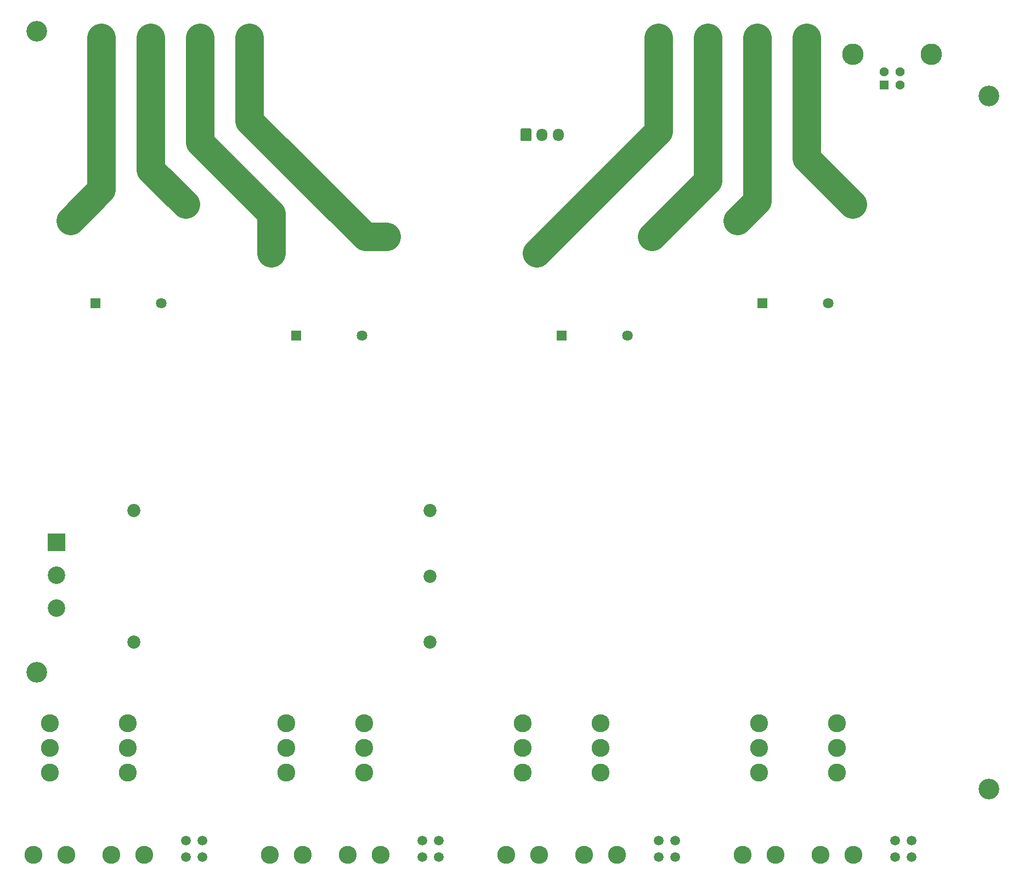
<source format=gbs>
%TF.GenerationSoftware,KiCad,Pcbnew,5.1.10-88a1d61d58~90~ubuntu20.04.1*%
%TF.CreationDate,2021-10-18T00:45:22+03:00*%
%TF.ProjectId,PRS_relay_board,5052535f-7265-46c6-9179-5f626f617264,rev?*%
%TF.SameCoordinates,Original*%
%TF.FileFunction,Soldermask,Bot*%
%TF.FilePolarity,Negative*%
%FSLAX46Y46*%
G04 Gerber Fmt 4.6, Leading zero omitted, Abs format (unit mm)*
G04 Created by KiCad (PCBNEW 5.1.10-88a1d61d58~90~ubuntu20.04.1) date 2021-10-18 00:45:22*
%MOMM*%
%LPD*%
G01*
G04 APERTURE LIST*
%ADD10C,4.400000*%
%ADD11C,2.775000*%
%ADD12C,1.800000*%
%ADD13C,3.316000*%
%ADD14C,1.428000*%
%ADD15R,1.428000X1.428000*%
%ADD16C,2.400000*%
%ADD17C,3.076000*%
%ADD18C,2.970000*%
%ADD19R,1.635000X1.635000*%
%ADD20C,1.635000*%
%ADD21C,2.700000*%
%ADD22R,2.700000X2.700000*%
%ADD23C,1.500000*%
%ADD24C,2.025000*%
%ADD25O,1.700000X1.950000*%
%ADD26C,3.200000*%
G04 APERTURE END LIST*
D10*
X183860000Y-73650000D02*
X190970000Y-80760000D01*
X183860000Y-55000000D02*
X183860000Y-73650000D01*
X176240000Y-80250000D02*
X173190000Y-83300000D01*
X176240000Y-55000000D02*
X176240000Y-80250000D01*
X159970000Y-85760000D02*
X168620000Y-77110000D01*
X168620000Y-55000000D02*
X168620000Y-77110000D01*
X161000000Y-69490000D02*
X142190000Y-88300000D01*
X161000000Y-55000000D02*
X161000000Y-69490000D01*
X115760000Y-85760000D02*
X118970000Y-85760000D01*
X97860000Y-67860000D02*
X115760000Y-85760000D01*
X97860000Y-55000000D02*
X97860000Y-67860000D01*
X101190000Y-82190000D02*
X101190000Y-88300000D01*
X90240000Y-71240000D02*
X101190000Y-82190000D01*
X90240000Y-55000000D02*
X90240000Y-71240000D01*
X82620000Y-75410000D02*
X87970000Y-80760000D01*
X82620000Y-55000000D02*
X82620000Y-75410000D01*
X70190000Y-83300000D02*
X75000000Y-78490000D01*
X75000000Y-55000000D02*
X75000000Y-78490000D01*
D11*
%TO.C,S8*%
X188500000Y-168500000D03*
X188500000Y-164690000D03*
X188500000Y-160880000D03*
X191040000Y-181200000D03*
X185960000Y-181200000D03*
%TD*%
%TO.C,S7*%
X176500000Y-168500000D03*
X176500000Y-164690000D03*
X176500000Y-160880000D03*
X179040000Y-181200000D03*
X173960000Y-181200000D03*
%TD*%
%TO.C,S6*%
X152000000Y-168500000D03*
X152000000Y-164690000D03*
X152000000Y-160880000D03*
X154540000Y-181200000D03*
X149460000Y-181200000D03*
%TD*%
%TO.C,S5*%
X140000000Y-168500000D03*
X140000000Y-164690000D03*
X140000000Y-160880000D03*
X142540000Y-181200000D03*
X137460000Y-181200000D03*
%TD*%
%TO.C,S4*%
X115500000Y-168500000D03*
X115500000Y-164690000D03*
X115500000Y-160880000D03*
X118040000Y-181200000D03*
X112960000Y-181200000D03*
%TD*%
%TO.C,S3*%
X103500000Y-168500000D03*
X103500000Y-164690000D03*
X103500000Y-160880000D03*
X106040000Y-181200000D03*
X100960000Y-181200000D03*
%TD*%
%TO.C,S2*%
X79000000Y-168500000D03*
X79000000Y-164690000D03*
X79000000Y-160880000D03*
X81540000Y-181200000D03*
X76460000Y-181200000D03*
%TD*%
%TO.C,S1*%
X67000000Y-168500000D03*
X67000000Y-164690000D03*
X67000000Y-160880000D03*
X69540000Y-181200000D03*
X64460000Y-181200000D03*
%TD*%
D12*
%TO.C,RV4*%
X82500000Y-66100000D03*
X75000000Y-63000000D03*
%TD*%
%TO.C,RV3*%
X97800000Y-66100000D03*
X90300000Y-63000000D03*
%TD*%
%TO.C,RV2*%
X168500000Y-66100000D03*
X161000000Y-63000000D03*
%TD*%
%TO.C,RV1*%
X183800000Y-66100000D03*
X176300000Y-63000000D03*
%TD*%
D13*
%TO.C,J3*%
X191000000Y-57590000D03*
X203040000Y-57590000D03*
D14*
X195770000Y-60300000D03*
X198270000Y-60300000D03*
D15*
X195770000Y-62300000D03*
D14*
X198270000Y-62300000D03*
%TD*%
D16*
%TO.C,J2*%
X97860000Y-55000000D03*
X90240000Y-55000000D03*
X82620000Y-55000000D03*
X75000000Y-55000000D03*
%TD*%
%TO.C,J1*%
X183860000Y-55000000D03*
X176240000Y-55000000D03*
X168620000Y-55000000D03*
X161000000Y-55000000D03*
%TD*%
D17*
%TO.C,K4*%
X87970000Y-80760000D03*
D18*
X70190000Y-83300000D03*
D19*
X74000000Y-96000000D03*
D20*
X84160000Y-96000000D03*
%TD*%
D17*
%TO.C,K3*%
X118970000Y-85760000D03*
D18*
X101190000Y-88300000D03*
D19*
X105000000Y-101000000D03*
D20*
X115160000Y-101000000D03*
%TD*%
D17*
%TO.C,K2*%
X159970000Y-85760000D03*
D18*
X142190000Y-88300000D03*
D19*
X146000000Y-101000000D03*
D20*
X156160000Y-101000000D03*
%TD*%
D17*
%TO.C,K1*%
X190970000Y-80760000D03*
D18*
X173190000Y-83300000D03*
D19*
X177000000Y-96000000D03*
D20*
X187160000Y-96000000D03*
%TD*%
D21*
%TO.C,J5*%
X68000000Y-143080000D03*
X68000000Y-138000000D03*
D22*
X68000000Y-132920000D03*
%TD*%
D23*
%TO.C,LED4*%
X200040000Y-178960000D03*
X197500000Y-178960000D03*
X200040000Y-181500000D03*
X197500000Y-181500000D03*
%TD*%
%TO.C,LED3*%
X163540000Y-178960000D03*
X161000000Y-178960000D03*
X163540000Y-181500000D03*
X161000000Y-181500000D03*
%TD*%
%TO.C,LED2*%
X127040000Y-178960000D03*
X124500000Y-178960000D03*
X127040000Y-181500000D03*
X124500000Y-181500000D03*
%TD*%
%TO.C,LED1*%
X90540000Y-178960000D03*
X88000000Y-178960000D03*
X90540000Y-181500000D03*
X88000000Y-181500000D03*
%TD*%
D24*
%TO.C,PS1*%
X80000000Y-128000000D03*
X80000000Y-148320000D03*
X125720000Y-148320000D03*
X125720000Y-138160000D03*
X125720000Y-128000000D03*
%TD*%
D25*
%TO.C,J6*%
X145500000Y-70000000D03*
X143000000Y-70000000D03*
G36*
G01*
X139650000Y-70725000D02*
X139650000Y-69275000D01*
G75*
G02*
X139900000Y-69025000I250000J0D01*
G01*
X141100000Y-69025000D01*
G75*
G02*
X141350000Y-69275000I0J-250000D01*
G01*
X141350000Y-70725000D01*
G75*
G02*
X141100000Y-70975000I-250000J0D01*
G01*
X139900000Y-70975000D01*
G75*
G02*
X139650000Y-70725000I0J250000D01*
G01*
G37*
%TD*%
D26*
%TO.C,H4*%
X212000000Y-171000000D03*
%TD*%
%TO.C,H3*%
X65000000Y-153000000D03*
%TD*%
%TO.C,H2*%
X212000000Y-64000000D03*
%TD*%
%TO.C,H1*%
X65000000Y-54000000D03*
%TD*%
M02*

</source>
